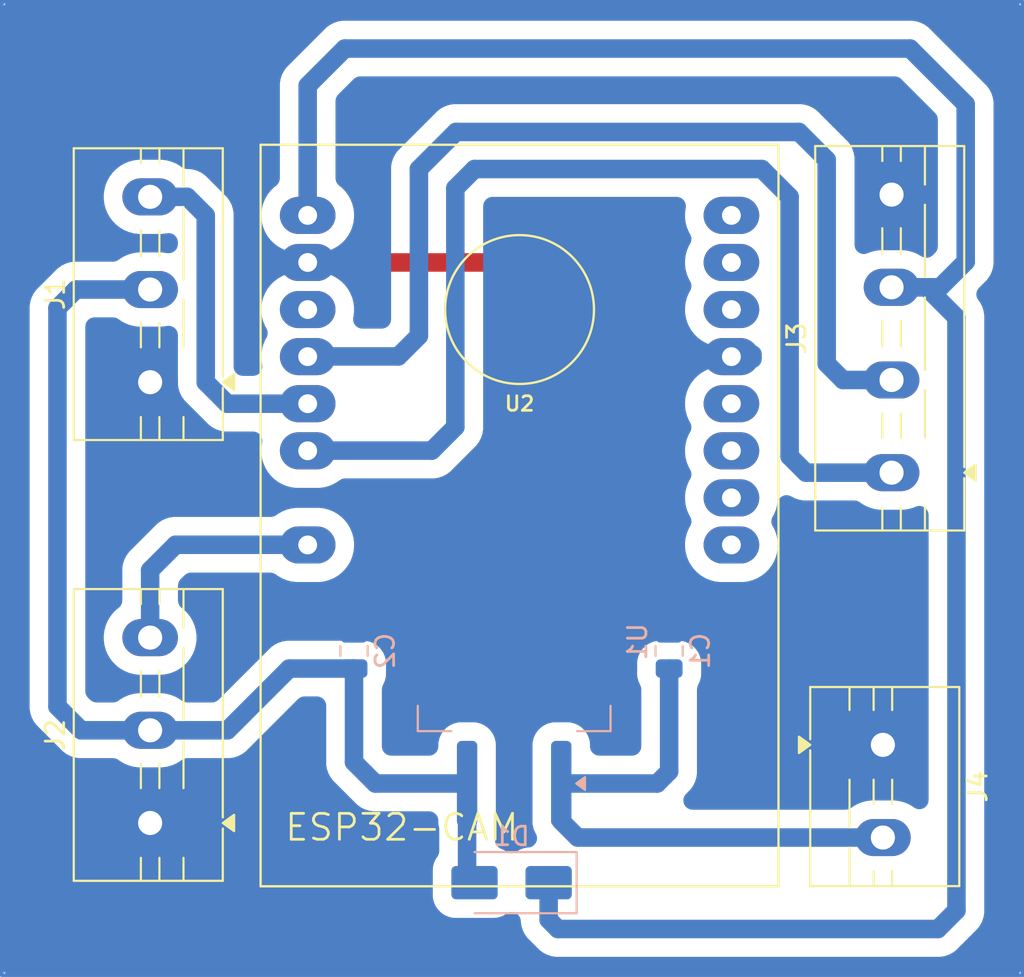
<source format=kicad_pcb>
(kicad_pcb (version 20241229) (generator "pcbnew") (generator_version "9.0")
  (layers (0 "F.Cu" signal) (2 "B.Cu" signal) (13 "F.Paste" user) (15 "B.Paste" user) (5 "F.SilkS" user "F.Silkscreen") (7 "B.SilkS" user "B.Silkscreen") (1 "F.Mask" user) (3 "B.Mask" user) (25 "Edge.Cuts" user))
  (net 0 "")
  (net 1 "Net-(J4-Pin_2)")
  (net 2 "GND")
  (net 3 "+6V")
  (net 4 "PWM 1")
  (net 5 "+5V")
  (net 6 "PWM 2")
  (net 7 "SCL")
  (net 8 "SDA")
  (footprint "TerminalBlock:TerminalBlock_MaiXu_MX126-5.0-03P_1x03_P5.00mm" (layer "F.Cu") (at 84.5 56 90)
    (property "Reference" "J1" (at 4.75 -5.12 90) (layer "F.SilkS"))
    (property "Value" "SERVO 1")
    (fp_line (start 12.62 -4.12) (end 12.62 3.92) (stroke (width 0.12)) (layer "F.SilkS"))
    (fp_line (start -3.12 -4.12) (end 12.62 -4.12) (stroke (width 0.12)) (layer "F.SilkS"))
    (fp_line (start -3.12 -4.12) (end -3.12 3.92) (stroke (width 0.12)) (layer "F.SilkS"))
    (fp_line (start 11.812 -0.5) (end 12.62 -0.5) (stroke (width 0.12)) (layer "F.SilkS"))
    (fp_line (start 6.812 -0.5) (end 8.188 -0.5) (stroke (width 0.12)) (layer "F.SilkS"))
    (fp_line (start 1.88 -0.5) (end 3.188 -0.5) (stroke (width 0.12)) (layer "F.SilkS"))
    (fp_line (start -3.12 -0.5) (end -1.88 -0.5) (stroke (width 0.12)) (layer "F.SilkS"))
    (fp_line (start 11.812 0.5) (end 12.62 0.5) (stroke (width 0.12)) (layer "F.SilkS"))
    (fp_line (start 6.812 0.5) (end 8.188 0.5) (stroke (width 0.12)) (layer "F.SilkS"))
    (fp_line (start 1.88 0.5) (end 3.188 0.5) (stroke (width 0.12)) (layer "F.SilkS"))
    (fp_line (start -3.12 0.5) (end -1.88 0.5) (stroke (width 0.12)) (layer "F.SilkS"))
    (fp_line (start 10.543 1.8) (end 12.62 1.8) (stroke (width 0.12)) (layer "F.SilkS"))
    (fp_line (start 5.543 1.8) (end 9.457 1.8) (stroke (width 0.12)) (layer "F.SilkS"))
    (fp_line (start 1.88 1.8) (end 4.457 1.8) (stroke (width 0.12)) (layer "F.SilkS"))
    (fp_line (start -3.12 1.8) (end -1.88 1.8) (stroke (width 0.12)) (layer "F.SilkS"))
    (fp_line (start 0.3 3.92) (end 12.62 3.92) (stroke (width 0.12)) (layer "F.SilkS"))
    (fp_line (start -3.12 3.92) (end -0.3 3.92) (stroke (width 0.12)) (layer "F.SilkS"))
    (fp_poly (pts (xy 0 3.92) (xy 0.44 4.53) (xy -0.44 4.53)) (stroke (width 0.12)) (fill yes) (layer "F.SilkS"))
    (pad "1" thru_hole oval (at 0 0 90) (size 2 3) (drill 1.3) (layers "*.Cu" "*.Mask") (net 2 "GND"))
    (pad "2" thru_hole oval (at 5 0 90) (size 2 3) (drill 1.3) (layers "*.Cu" "*.Mask") (net 3 "+6V"))
    (pad "3" thru_hole oval (at 10 0 90) (size 2 3) (drill 1.3) (layers "*.Cu" "*.Mask") (net 4 "PWM 1"))
  )
  (footprint "ESP32-CAM:ESP32-CAM" (layer "F.Cu") (at 104.43 57.16 180)
    (property "Reference" "U2" (at 0 0 0) (layer "F.SilkS") (effects (font (size 0.787402 0.787402))))
    (property "Value" "ESP32-CAM")
    (fp_line (start 13.97 13.97) (end 13.97 -26.035) (stroke (width 0.127)) (layer "F.SilkS"))
    (fp_line (start 13.97 -26.035) (end -13.97 -26.035) (stroke (width 0.127)) (layer "F.SilkS"))
    (fp_line (start -13.97 13.97) (end 13.97 13.97) (stroke (width 0.127)) (layer "F.SilkS"))
    (fp_line (start -13.97 -26.035) (end -13.97 13.97) (stroke (width 0.127)) (layer "F.SilkS"))
    (fp_circle (center 0 5.08) (end 4.01609 5.08) (stroke (width 0.127)) (fill no) (layer "F.SilkS"))
    (fp_text user "ESP32-CAM" (at 6.35 -22.86 0) (layer "F.SilkS") (effects (font (size 1.4 1.4))))
    (pad "P$1" thru_hole oval (at -11.43 -7.62 180) (size 3 2) (drill 1.016) (layers "*.Cu" "*.Mask"))
    (pad "P$2" thru_hole oval (at -11.43 -5.08 180) (size 3 2) (drill 1.016) (layers "*.Cu" "*.Mask"))
    (pad "P$3" thru_hole oval (at -11.43 -2.54 180) (size 3 2) (drill 1.016) (layers "*.Cu" "*.Mask"))
    (pad "P$4" thru_hole oval (at -11.43 0 180) (size 3 2) (drill 1.016) (layers "*.Cu" "*.Mask"))
    (pad "P$5" thru_hole oval (at -11.43 2.54 180) (size 3 2) (drill 1.016) (layers "*.Cu" "*.Mask") (net 2 "GND"))
    (pad "P$6" thru_hole oval (at -11.43 5.08 180) (size 3 2) (drill 1.016) (layers "*.Cu" "*.Mask"))
    (pad "P$7" thru_hole oval (at -11.43 7.62 180) (size 3 2) (drill 1.016) (layers "*.Cu" "*.Mask"))
    (pad "P$8" thru_hole oval (at -11.43 10.16 180) (size 3 2) (drill 1.016) (layers "*.Cu" "*.Mask"))
    (pad "P$9" thru_hole oval (at 11.43 10.16 180) (size 3 2) (drill 1.016) (layers "*.Cu" "*.Mask") (net 5 "+5V"))
    (pad "P$10" thru_hole oval (at 11.43 7.62 180) (size 3 2) (drill 1.016) (layers "*.Cu" "*.Mask") (net 2 "GND"))
    (pad "P$11" thru_hole oval (at 11.43 5.08 180) (size 3 2) (drill 1.016) (layers "*.Cu" "*.Mask"))
    (pad "P$12" thru_hole oval (at 11.43 2.54 180) (size 3 2) (drill 1.016) (layers "*.Cu" "*.Mask") (net 7 "SCL"))
    (pad "P$13" thru_hole oval (at 11.43 0 180) (size 3 2) (drill 1.016) (layers "*.Cu" "*.Mask") (net 4 "PWM 1"))
    (pad "P$14" thru_hole oval (at 11.43 -2.54 180) (size 3 2) (drill 1.016) (layers "*.Cu" "*.Mask") (net 8 "SDA"))
    (pad "P$16" thru_hole oval (at 11.43 -7.62 180) (size 3 2) (drill 1.016) (layers "*.Cu" "*.Mask") (net 6 "PWM 2"))
  )
  (footprint "TerminalBlock:TerminalBlock_MaiXu_MX126-5.0-03P_1x03_P5.00mm" (layer "F.Cu") (at 84.5 79.78 90)
    (property "Reference" "J2" (at 4.75 -5.12 90) (layer "F.SilkS"))
    (property "Value" "SERVO 2")
    (fp_line (start 12.62 -4.12) (end 12.62 3.92) (stroke (width 0.12)) (layer "F.SilkS"))
    (fp_line (start -3.12 -4.12) (end 12.62 -4.12) (stroke (width 0.12)) (layer "F.SilkS"))
    (fp_line (start -3.12 -4.12) (end -3.12 3.92) (stroke (width 0.12)) (layer "F.SilkS"))
    (fp_line (start 11.812 -0.5) (end 12.62 -0.5) (stroke (width 0.12)) (layer "F.SilkS"))
    (fp_line (start 6.812 -0.5) (end 8.188 -0.5) (stroke (width 0.12)) (layer "F.SilkS"))
    (fp_line (start 1.88 -0.5) (end 3.188 -0.5) (stroke (width 0.12)) (layer "F.SilkS"))
    (fp_line (start -3.12 -0.5) (end -1.88 -0.5) (stroke (width 0.12)) (layer "F.SilkS"))
    (fp_line (start 11.812 0.5) (end 12.62 0.5) (stroke (width 0.12)) (layer "F.SilkS"))
    (fp_line (start 6.812 0.5) (end 8.188 0.5) (stroke (width 0.12)) (layer "F.SilkS"))
    (fp_line (start 1.88 0.5) (end 3.188 0.5) (stroke (width 0.12)) (layer "F.SilkS"))
    (fp_line (start -3.12 0.5) (end -1.88 0.5) (stroke (width 0.12)) (layer "F.SilkS"))
    (fp_line (start 10.543 1.8) (end 12.62 1.8) (stroke (width 0.12)) (layer "F.SilkS"))
    (fp_line (start 5.543 1.8) (end 9.457 1.8) (stroke (width 0.12)) (layer "F.SilkS"))
    (fp_line (start 1.88 1.8) (end 4.457 1.8) (stroke (width 0.12)) (layer "F.SilkS"))
    (fp_line (start -3.12 1.8) (end -1.88 1.8) (stroke (width 0.12)) (layer "F.SilkS"))
    (fp_line (start 0.3 3.92) (end 12.62 3.92) (stroke (width 0.12)) (layer "F.SilkS"))
    (fp_line (start -3.12 3.92) (end -0.3 3.92) (stroke (width 0.12)) (layer "F.SilkS"))
    (fp_poly (pts (xy 0 3.92) (xy 0.44 4.53) (xy -0.44 4.53)) (stroke (width 0.12)) (fill yes) (layer "F.SilkS"))
    (pad "1" thru_hole oval (at 0 0 90) (size 2 3) (drill 1.3) (layers "*.Cu" "*.Mask") (net 2 "GND"))
    (pad "2" thru_hole oval (at 5 0 90) (size 2 3) (drill 1.3) (layers "*.Cu" "*.Mask") (net 3 "+6V"))
    (pad "3" thru_hole oval (at 10 0 90) (size 2 3) (drill 1.3) (layers "*.Cu" "*.Mask") (net 6 "PWM 2"))
  )
  (footprint "TerminalBlock:TerminalBlock_MaiXu_MX126-5.0-04P_1x04_P5.00mm" (layer "F.Cu") (at 124.5 60.88 90)
    (property "Reference" "J3" (at 7.25 -5.12 90) (layer "F.SilkS"))
    (property "Value" "OLED")
    (fp_line (start 17.62 -4.12) (end 17.62 3.92) (stroke (width 0.12)) (layer "F.SilkS"))
    (fp_line (start -3.12 -4.12) (end 17.62 -4.12) (stroke (width 0.12)) (layer "F.SilkS"))
    (fp_line (start -3.12 -4.12) (end -3.12 3.92) (stroke (width 0.12)) (layer "F.SilkS"))
    (fp_line (start 16.812 -0.5) (end 17.62 -0.5) (stroke (width 0.12)) (layer "F.SilkS"))
    (fp_line (start 11.812 -0.5) (end 13.188 -0.5) (stroke (width 0.12)) (layer "F.SilkS"))
    (fp_line (start 6.812 -0.5) (end 8.188 -0.5) (stroke (width 0.12)) (layer "F.SilkS"))
    (fp_line (start 1.88 -0.5) (end 3.188 -0.5) (stroke (width 0.12)) (layer "F.SilkS"))
    (fp_line (start -3.12 -0.5) (end -1.88 -0.5) (stroke (width 0.12)) (layer "F.SilkS"))
    (fp_line (start 16.812 0.5) (end 17.62 0.5) (stroke (width 0.12)) (layer "F.SilkS"))
    (fp_line (start 11.812 0.5) (end 13.188 0.5) (stroke (width 0.12)) (layer "F.SilkS"))
    (fp_line (start 6.812 0.5) (end 8.188 0.5) (stroke (width 0.12)) (layer "F.SilkS"))
    (fp_line (start 1.88 0.5) (end 3.188 0.5) (stroke (width 0.12)) (layer "F.SilkS"))
    (fp_line (start -3.12 0.5) (end -1.88 0.5) (stroke (width 0.12)) (layer "F.SilkS"))
    (fp_line (start 15.543 1.8) (end 17.62 1.8) (stroke (width 0.12)) (layer "F.SilkS"))
    (fp_line (start 10.543 1.8) (end 14.457 1.8) (stroke (width 0.12)) (layer "F.SilkS"))
    (fp_line (start 5.543 1.8) (end 9.457 1.8) (stroke (width 0.12)) (layer "F.SilkS"))
    (fp_line (start 1.88 1.8) (end 4.457 1.8) (stroke (width 0.12)) (layer "F.SilkS"))
    (fp_line (start -3.12 1.8) (end -1.88 1.8) (stroke (width 0.12)) (layer "F.SilkS"))
    (fp_line (start 0.3 3.92) (end 17.62 3.92) (stroke (width 0.12)) (layer "F.SilkS"))
    (fp_line (start -3.12 3.92) (end -0.3 3.92) (stroke (width 0.12)) (layer "F.SilkS"))
    (fp_poly (pts (xy 0 3.92) (xy 0.44 4.53) (xy -0.44 4.53)) (stroke (width 0.12)) (fill yes) (layer "F.SilkS"))
    (pad "1" thru_hole oval (at 0 0 90) (size 2 3) (drill 1.3) (layers "*.Cu" "*.Mask") (net 8 "SDA"))
    (pad "2" thru_hole oval (at 5 0 90) (size 2 3) (drill 1.3) (layers "*.Cu" "*.Mask") (net 7 "SCL"))
    (pad "3" thru_hole oval (at 10 0 90) (size 2 3) (drill 1.3) (layers "*.Cu" "*.Mask") (net 5 "+5V"))
    (pad "4" thru_hole oval (at 15 0 90) (size 2 3) (drill 1.3) (layers "*.Cu" "*.Mask") (net 2 "GND"))
  )
  (footprint "TerminalBlock:TerminalBlock_MaiXu_MX126-5.0-02P_1x02_P5.00mm" (layer "F.Cu") (at 124.0325 75.565 -90)
    (property "Reference" "J4" (at 2.25 -5.12 90) (layer "F.SilkS"))
    (property "Value" "Screw_Terminal_01x02")
    (fp_line (start -3.12 3.92) (end -0.3 3.92) (stroke (width 0.12)) (layer "F.SilkS"))
    (fp_line (start 0.3 3.92) (end 7.62 3.92) (stroke (width 0.12)) (layer "F.SilkS"))
    (fp_line (start -3.12 1.8) (end -1.88 1.8) (stroke (width 0.12)) (layer "F.SilkS"))
    (fp_line (start 1.88 1.8) (end 4.457 1.8) (stroke (width 0.12)) (layer "F.SilkS"))
    (fp_line (start 5.543 1.8) (end 7.62 1.8) (stroke (width 0.12)) (layer "F.SilkS"))
    (fp_line (start -3.12 0.5) (end -1.88 0.5) (stroke (width 0.12)) (layer "F.SilkS"))
    (fp_line (start 1.88 0.5) (end 3.188 0.5) (stroke (width 0.12)) (layer "F.SilkS"))
    (fp_line (start 6.812 0.5) (end 7.62 0.5) (stroke (width 0.12)) (layer "F.SilkS"))
    (fp_line (start -3.12 -0.5) (end -1.88 -0.5) (stroke (width 0.12)) (layer "F.SilkS"))
    (fp_line (start 1.88 -0.5) (end 3.188 -0.5) (stroke (width 0.12)) (layer "F.SilkS"))
    (fp_line (start 6.812 -0.5) (end 7.62 -0.5) (stroke (width 0.12)) (layer "F.SilkS"))
    (fp_line (start -3.12 -4.12) (end -3.12 3.92) (stroke (width 0.12)) (layer "F.SilkS"))
    (fp_line (start -3.12 -4.12) (end 7.62 -4.12) (stroke (width 0.12)) (layer "F.SilkS"))
    (fp_line (start 7.62 -4.12) (end 7.62 3.92) (stroke (width 0.12)) (layer "F.SilkS"))
    (fp_poly (pts (xy 0 3.92) (xy 0.44 4.53) (xy -0.44 4.53)) (stroke (width 0.12)) (fill yes) (layer "F.SilkS"))
    (pad "1" thru_hole oval (at 0 0 270) (size 2 3) (drill 1.3) (layers "*.Cu" "*.Mask") (net 2 "GND"))
    (pad "2" thru_hole oval (at 5 0 270) (size 2 3) (drill 1.3) (layers "*.Cu" "*.Mask") (net 1 "Net-(J4-Pin_2)"))
  )
  (footprint "Package_TO_SOT_SMD:TO-263-3_TabPin2" (layer "B.Cu") (at 104.14 70 90)
    (property "Reference" "U1" (at 0 6.65 90) (layer "B.SilkS") (effects (justify mirror)))
    (property "Value" "LM7806_TO220")
    (fp_line (start -3.46 -5.2) (end -4.825 -5.2) (stroke (width 0.12)) (layer "B.SilkS"))
    (fp_line (start -4.825 -5.2) (end -4.825 -3.39) (stroke (width 0.12)) (layer "B.SilkS"))
    (fp_line (start -3.46 5.2) (end -4.825 5.2) (stroke (width 0.12)) (layer "B.SilkS"))
    (fp_line (start -4.825 5.2) (end -4.825 3.39) (stroke (width 0.12)) (layer "B.SilkS"))
    (fp_poly (pts (xy -7.65 3.35) (xy -7.99 3.82) (xy -7.31 3.82)) (stroke (width 0.12)) (fill yes) (layer "B.SilkS"))
    (pad "1" smd roundrect (at -7.65 2.54 90) (size 4.6 1.1) (layers "B.Cu" "B.Mask" "B.Paste") (roundrect_rratio 0.227273) (net 1 "Net-(J4-Pin_2)"))
    (pad "2" smd roundrect (at -7.65 0 90) (size 4.6 1.1) (layers "B.Cu" "B.Mask" "B.Paste") (roundrect_rratio 0.227273) (net 2 "GND"))
    (pad "2" smd roundrect (at 1.5 0 90) (size 9.4 10.8) (layers "B.Cu" "B.Mask") (roundrect_rratio 0.026596) (net 2 "GND"))
    (pad "3" smd roundrect (at -7.65 -2.54 90) (size 4.6 1.1) (layers "B.Cu" "B.Mask" "B.Paste") (roundrect_rratio 0.227273) (net 3 "+6V"))
  )
  (footprint "Diode_SMD:D_SMA" (layer "B.Cu") (at 104 83 180)
    (property "Reference" "D1" (at 0 2.5 0) (layer "B.SilkS") (effects (justify mirror)))
    (property "Value" "D_Zener")
    (fp_line (start -3.51 1.65) (end 2 1.65) (stroke (width 0.12)) (layer "B.SilkS"))
    (fp_line (start -3.51 1.65) (end -3.51 -1.65) (stroke (width 0.12)) (layer "B.SilkS"))
    (fp_line (start -3.51 -1.65) (end 2 -1.65) (stroke (width 0.12)) (layer "B.SilkS"))
    (pad "1" smd roundrect (at -2 0 180) (size 2.5 1.8) (layers "B.Cu" "B.Mask" "B.Paste") (roundrect_rratio 0.1388888889) (net 5 "+5V"))
    (pad "2" smd roundrect (at 2 0 180) (size 2.5 1.8) (layers "B.Cu" "B.Mask" "B.Paste") (roundrect_rratio 0.1388888889) (net 3 "+6V"))
  )
  (footprint "Capacitor_SMD:C_0805_2012Metric" (layer "B.Cu") (at 95.5 70.5 90)
    (property "Reference" "C2" (at 0 1.68 90) (layer "B.SilkS") (effects (justify mirror)))
    (property "Value" "C")
    (fp_line (start -0.261252 -0.735) (end 0.261252 -0.735) (stroke (width 0.12)) (layer "B.SilkS"))
    (fp_line (start -0.261252 0.735) (end 0.261252 0.735) (stroke (width 0.12)) (layer "B.SilkS"))
    (pad "1" smd roundrect (at -0.95 0 90) (size 1 1.45) (layers "B.Cu" "B.Mask" "B.Paste") (net 3 "+6V"))
    (pad "2" smd roundrect (at 0.95 0 90) (size 1 1.45) (layers "B.Cu" "B.Mask" "B.Paste") (net 2 "GND"))
  )
  (footprint "Capacitor_SMD:C_0805_2012Metric" (layer "B.Cu") (at 112.5 70.5 90)
    (property "Reference" "C1" (at 0 1.68 90) (layer "B.SilkS") (effects (justify mirror)))
    (property "Value" "C")
    (fp_line (start -0.261252 -0.735) (end 0.261252 -0.735) (stroke (width 0.12)) (layer "B.SilkS"))
    (fp_line (start -0.261252 0.735) (end 0.261252 0.735) (stroke (width 0.12)) (layer "B.SilkS"))
    (pad "1" smd roundrect (at -0.95 0 90) (size 1 1.45) (layers "B.Cu" "B.Mask" "B.Paste") (net 1 "Net-(J4-Pin_2)"))
    (pad "2" smd roundrect (at 0.95 0 90) (size 1 1.45) (layers "B.Cu" "B.Mask" "B.Paste") (net 2 "GND"))
  )
  (gr_rect (start 76.5 35.48) (end 131.57 88) (stroke (width 0.2)) (fill no) (layer "B.Cu") (net 2))
  (segment (start 106.68 79.68) (end 106.68 77.65) (width 1) (layer "B.Cu") (net 1))
  (segment (start 111.85 77.65) (end 112.5 77) (width 1) (layer "B.Cu") (net 1))
  (segment (start 124.0325 80.565) (end 107.565 80.565) (width 1) (layer "B.Cu") (net 1))
  (segment (start 107.565 80.565) (end 106.68 79.68) (width 1) (layer "B.Cu") (net 1))
  (segment (start 112.5 77) (end 112.5 71.45) (width 1) (layer "B.Cu") (net 1))
  (segment (start 106.68 77.65) (end 111.85 77.65) (width 1) (layer "B.Cu") (net 1))
  (segment (start 115.57 54.61) (end 115.58 54.62) (width 1) (layer "F.Cu") (net 2))
  (segment (start 115.58 54.62) (end 115.86 54.62) (width 1) (layer "F.Cu") (net 2))
  (segment (start 108.62 54.62) (end 115.86 54.62) (width 1) (layer "F.Cu") (net 2))
  (segment (start 103.54 49.54) (end 108.62 54.62) (width 1) (layer "F.Cu") (net 2))
  (segment (start 93 49.54) (end 103.54 49.54) (width 1) (layer "F.Cu") (net 2))
  (segment (start 79.5 73.5) (end 80.78 74.78) (width 1) (layer "B.Cu") (net 3))
  (segment (start 88.67 74.78) (end 92 71.45) (width 1) (layer "B.Cu") (net 3))
  (segment (start 101.6 82.6) (end 102 83) (width 1) (layer "B.Cu") (net 3))
  (segment (start 84.5 51) (end 80.5 51) (width 1) (layer "B.Cu") (net 3))
  (segment (start 80.5 51) (end 79.5 52) (width 1) (layer "B.Cu") (net 3))
  (segment (start 80.78 74.78) (end 84.5 74.78) (width 1) (layer "B.Cu") (net 3))
  (segment (start 79.5 52) (end 79.5 73.5) (width 1) (layer "B.Cu") (net 3))
  (segment (start 101.6 77.65) (end 96.65 77.65) (width 1) (layer "B.Cu") (net 3))
  (segment (start 92 71.45) (end 95.5 71.45) (width 1) (layer "B.Cu") (net 3))
  (segment (start 95.5 76.5) (end 95.5 71.45) (width 1) (layer "B.Cu") (net 3))
  (segment (start 101.6 77.65) (end 101.6 82.6) (width 1) (layer "B.Cu") (net 3))
  (segment (start 84.5 74.78) (end 88.67 74.78) (width 1) (layer "B.Cu") (net 3))
  (segment (start 96.65 77.65) (end 95.5 76.5) (width 1) (layer "B.Cu") (net 3))
  (segment (start 88.66 57.16) (end 93 57.16) (width 1) (layer "B.Cu") (net 4))
  (segment (start 93 57.16) (end 92.72 57.16) (width 1) (layer "B.Cu") (net 4))
  (segment (start 87.5 56) (end 88.66 57.16) (width 1) (layer "B.Cu") (net 4))
  (segment (start 92.72 57.16) (end 92.71 57.15) (width 1) (layer "B.Cu") (net 4))
  (segment (start 86.5 46) (end 87.5 47) (width 1) (layer "B.Cu") (net 4))
  (segment (start 87.5 47) (end 87.5 56) (width 1) (layer "B.Cu") (net 4))
  (segment (start 84.5 46) (end 86.5 46) (width 1) (layer "B.Cu") (net 4))
  (segment (start 127 85.5) (end 106.5 85.5) (width 1) (layer "B.Cu") (net 5))
  (segment (start 93 40) (end 95 38) (width 1) (layer "B.Cu") (net 5))
  (segment (start 128 52.5) (end 128 84.5) (width 1) (layer "B.Cu") (net 5))
  (segment (start 128.5 49.5) (end 127.12 50.88) (width 1) (layer "B.Cu") (net 5))
  (segment (start 127.12 50.88) (end 124.5 50.88) (width 1) (layer "B.Cu") (net 5))
  (segment (start 95 38) (end 125.5 38) (width 1) (layer "B.Cu") (net 5))
  (segment (start 124.5 50.88) (end 126.38 50.88) (width 1) (layer "B.Cu") (net 5))
  (segment (start 128 84.5) (end 127 85.5) (width 1) (layer "B.Cu") (net 5))
  (segment (start 128.5 41) (end 128.5 49.5) (width 1) (layer "B.Cu") (net 5))
  (segment (start 125.5 38) (end 128.5 41) (width 1) (layer "B.Cu") (net 5))
  (segment (start 106 85) (end 106 83) (width 1) (layer "B.Cu") (net 5))
  (segment (start 106.5 85.5) (end 106 85) (width 1) (layer "B.Cu") (net 5))
  (segment (start 126.38 50.88) (end 128 52.5) (width 1) (layer "B.Cu") (net 5))
  (segment (start 93 47) (end 93 40) (width 1) (layer "B.Cu") (net 5))
  (segment (start 84.5 66.1474) (end 85.8774 64.77) (width 1) (layer "B.Cu") (net 6))
  (segment (start 85.8774 64.77) (end 92.71 64.77) (width 1) (layer "B.Cu") (net 6))
  (segment (start 84.5 69.78) (end 84.5 66.1474) (width 1) (layer "B.Cu") (net 6))
  (segment (start 121 55) (end 121.88 55.88) (width 1) (layer "B.Cu") (net 7))
  (segment (start 97.89 54.61) (end 99 53.5) (width 1) (layer "B.Cu") (net 7))
  (segment (start 121 44) (end 121 55) (width 1) (layer "B.Cu") (net 7))
  (segment (start 121.88 55.88) (end 124.5 55.88) (width 1) (layer "B.Cu") (net 7))
  (segment (start 99 44.5) (end 101 42.5) (width 1) (layer "B.Cu") (net 7))
  (segment (start 93.01 54.61) (end 97.89 54.61) (width 1) (layer "B.Cu") (net 7))
  (segment (start 101 42.5) (end 119.5 42.5) (width 1) (layer "B.Cu") (net 7))
  (segment (start 119.5 42.5) (end 121 44) (width 1) (layer "B.Cu") (net 7))
  (segment (start 93 54.62) (end 93.01 54.61) (width 1) (layer "B.Cu") (net 7))
  (segment (start 99 53.5) (end 99 44.5) (width 1) (layer "B.Cu") (net 7))
  (segment (start 100.965 58.42) (end 100.965 45.535) (width 1) (layer "B.Cu") (net 8))
  (segment (start 102 44.5) (end 117.5 44.5) (width 1) (layer "B.Cu") (net 8))
  (segment (start 119 60) (end 119.88 60.88) (width 1) (layer "B.Cu") (net 8))
  (segment (start 117.5 44.5) (end 119 46) (width 1) (layer "B.Cu") (net 8))
  (segment (start 93 59.7) (end 93.01 59.69) (width 1) (layer "B.Cu") (net 8))
  (segment (start 99.695 59.69) (end 100.965 58.42) (width 1) (layer "B.Cu") (net 8))
  (segment (start 119 46) (end 119 60) (width 1) (layer "B.Cu") (net 8))
  (segment (start 119.88 60.88) (end 124.5 60.88) (width 1) (layer "B.Cu") (net 8))
  (segment (start 100.965 45.535) (end 102 44.5) (width 1) (layer "B.Cu") (net 8))
  (segment (start 93.01 59.69) (end 99.695 59.69) (width 1) (layer "B.Cu") (net 8))
  (zone (net 2) (net_name "GND") (layer "B.Cu") (connect_pads yes (clearance 1)) (min_thickness 1) (fill yes (thermal_gap 1) (thermal_bridge_width 1))
    (polygon (pts (xy 76.5 35.48) (xy 131.57 35.48) (xy 131.57 88) (xy 76.5 88)))
  )
)
</source>
